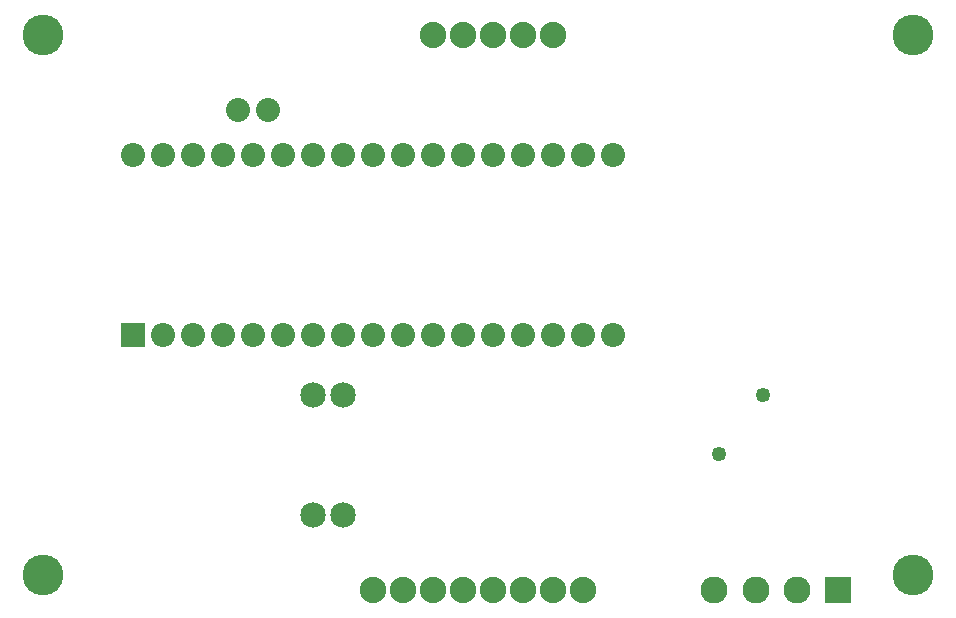
<source format=gts>
G04 MADE WITH FRITZING*
G04 WWW.FRITZING.ORG*
G04 DOUBLE SIDED*
G04 HOLES PLATED*
G04 CONTOUR ON CENTER OF CONTOUR VECTOR*
%ASAXBY*%
%FSLAX23Y23*%
%MOIN*%
%OFA0B0*%
%SFA1.0B1.0*%
%ADD10C,0.090000*%
%ADD11C,0.080555*%
%ADD12C,0.080583*%
%ADD13C,0.085000*%
%ADD14C,0.088000*%
%ADD15C,0.080000*%
%ADD16C,0.049370*%
%ADD17C,0.135984*%
%ADD18R,0.090000X0.090000*%
%ADD19R,0.080542X0.080570*%
%LNMASK1*%
G90*
G70*
G54D10*
X2894Y172D03*
X2757Y172D03*
X2619Y172D03*
X2481Y172D03*
G54D11*
X544Y1022D03*
X644Y1022D03*
X744Y1022D03*
X844Y1022D03*
X944Y1022D03*
X1044Y1022D03*
X1144Y1022D03*
X1244Y1022D03*
X1344Y1022D03*
G54D12*
X1444Y1022D03*
X1544Y1022D03*
X1644Y1022D03*
G54D11*
X1744Y1022D03*
X1844Y1022D03*
G54D12*
X1944Y1022D03*
X2044Y1022D03*
X2144Y1022D03*
G54D11*
X544Y1622D03*
X644Y1622D03*
X744Y1622D03*
X844Y1622D03*
X944Y1622D03*
X1044Y1622D03*
X1344Y1622D03*
G54D12*
X1444Y1622D03*
G54D11*
X1244Y1622D03*
X1144Y1622D03*
G54D12*
X1544Y1622D03*
X1644Y1622D03*
G54D11*
X1744Y1622D03*
X1844Y1622D03*
G54D12*
X1944Y1622D03*
X2044Y1622D03*
X2144Y1622D03*
G54D13*
X1144Y822D03*
X1144Y422D03*
X1244Y822D03*
X1244Y422D03*
G54D14*
X2044Y172D03*
X1944Y172D03*
X1844Y172D03*
X1744Y172D03*
X1644Y172D03*
X1544Y172D03*
X1444Y172D03*
X1344Y172D03*
X1544Y2022D03*
X1644Y2022D03*
X1744Y2022D03*
X1844Y2022D03*
X1944Y2022D03*
G54D15*
X894Y1772D03*
X995Y1772D03*
G54D16*
X2645Y821D03*
X2497Y623D03*
G54D17*
X3144Y222D03*
X3144Y2022D03*
X244Y222D03*
X244Y2022D03*
G54D18*
X2894Y172D03*
G54D19*
X544Y1022D03*
G04 End of Mask1*
M02*
</source>
